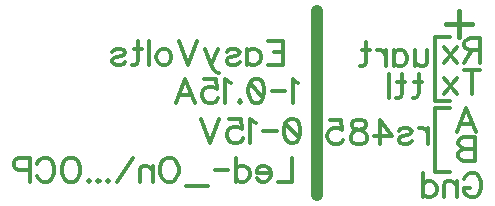
<source format=gbr>
G04 DipTrace 3.0.0.2*
G04 BottomSilk.gbr*
%MOMM*%
G04 #@! TF.FileFunction,Legend,Bot*
G04 #@! TF.Part,Single*
%ADD15C,1.0*%
%ADD16C,0.3*%
%ADD94C,0.31373*%
%ADD95C,0.39216*%
%FSLAX35Y35*%
G04*
G71*
G90*
G75*
G01*
G04 BotSilk*
%LPD*%
X3440000Y1700000D2*
D15*
Y140000D1*
X4570000Y1480000D2*
D16*
X4440000D1*
Y940000D1*
X4570000D1*
Y880000D2*
X4440000D1*
Y340000D1*
X4570000D1*
X3230652Y456430D2*
D94*
Y252254D1*
X3114077D1*
X3051332Y329971D2*
X2934756D1*
Y349513D1*
X2944415Y369054D1*
X2954073Y378713D1*
X2973615Y388371D1*
X3002815D1*
X3022132Y378713D1*
X3041673Y359171D1*
X3051332Y329971D1*
Y310654D1*
X3041673Y281454D1*
X3022132Y262138D1*
X3002815Y252254D1*
X2973615D1*
X2954073Y262138D1*
X2934756Y281454D1*
X2755436Y456430D2*
Y252254D1*
Y359171D2*
X2774753Y378713D1*
X2794294Y388371D1*
X2823494D1*
X2842811Y378713D1*
X2862353Y359171D1*
X2872011Y329971D1*
Y310654D1*
X2862353Y281454D1*
X2842811Y262138D1*
X2823494Y252254D1*
X2794294D1*
X2774753Y262138D1*
X2755436Y281454D1*
X2692691Y354230D2*
X2580383D1*
X2517638Y218562D2*
X2333004D1*
X2211859Y456430D2*
X2231400Y446771D1*
X2250717Y427230D1*
X2260600Y407913D1*
X2270259Y378713D1*
Y329971D1*
X2260600Y300996D1*
X2250717Y281454D1*
X2231400Y262138D1*
X2211859Y252254D1*
X2173000D1*
X2153683Y262138D1*
X2134142Y281454D1*
X2124483Y300996D1*
X2114825Y329971D1*
Y378713D1*
X2124483Y407913D1*
X2134142Y427230D1*
X2153683Y446771D1*
X2173000Y456430D1*
X2211859D1*
X2052080Y388371D2*
Y252254D1*
Y349513D2*
X2022880Y378713D1*
X2003338Y388371D1*
X1974363D1*
X1954821Y378713D1*
X1945163Y349513D1*
Y252254D1*
X1882418Y456205D2*
X1746301Y252254D1*
X1673897Y271796D2*
X1683556Y261913D1*
X1673897Y252254D1*
X1664014Y261913D1*
X1673897Y271796D1*
X1591611D2*
X1601269Y261913D1*
X1591611Y252254D1*
X1581728Y261913D1*
X1591611Y271796D1*
X1509324D2*
X1518983Y261913D1*
X1509324Y252254D1*
X1499441Y261913D1*
X1509324Y271796D1*
X1378296Y456430D2*
X1397837Y446771D1*
X1417154Y427230D1*
X1427037Y407913D1*
X1436696Y378713D1*
Y329971D1*
X1427037Y300996D1*
X1417154Y281454D1*
X1397837Y262138D1*
X1378296Y252254D1*
X1339437D1*
X1320121Y262138D1*
X1300579Y281454D1*
X1290921Y300996D1*
X1281262Y329971D1*
Y378713D1*
X1290921Y407913D1*
X1300579Y427230D1*
X1320121Y446771D1*
X1339437Y456430D1*
X1378296D1*
X1072742Y407913D2*
X1082400Y427230D1*
X1101942Y446771D1*
X1121259Y456430D1*
X1160117D1*
X1179659Y446771D1*
X1198975Y427230D1*
X1208859Y407913D1*
X1218517Y378713D1*
Y329971D1*
X1208859Y300996D1*
X1198975Y281454D1*
X1179659Y262138D1*
X1160117Y252254D1*
X1121259D1*
X1101942Y262138D1*
X1082400Y281454D1*
X1072742Y300996D1*
X1009997Y349513D2*
X922397D1*
X893421Y359171D1*
X883538Y369054D1*
X873880Y388371D1*
Y417571D1*
X883538Y436888D1*
X893421Y446771D1*
X922397Y456430D1*
X1009997D1*
Y252254D1*
X3028437Y1446767D2*
X3154671D1*
Y1242591D1*
X3028437D1*
X3154671Y1349508D2*
X3076954D1*
X2849117Y1378708D2*
Y1242591D1*
Y1349508D2*
X2868434Y1369050D1*
X2887975Y1378708D1*
X2916951D1*
X2936492Y1369050D1*
X2955809Y1349508D1*
X2965692Y1320308D1*
Y1300991D1*
X2955809Y1271791D1*
X2936492Y1252474D1*
X2916951Y1242591D1*
X2887975D1*
X2868434Y1252474D1*
X2849117Y1271791D1*
X2679455Y1349508D2*
X2689113Y1369050D1*
X2718313Y1378708D1*
X2747513D1*
X2776713Y1369050D1*
X2786372Y1349508D1*
X2776713Y1330191D1*
X2757172Y1320308D1*
X2708655Y1310650D1*
X2689113Y1300991D1*
X2679455Y1281450D1*
Y1271791D1*
X2689113Y1252474D1*
X2718313Y1242591D1*
X2747513D1*
X2776713Y1252474D1*
X2786372Y1271791D1*
X2606827Y1378708D2*
X2548651Y1242591D1*
X2567968Y1203733D1*
X2587510Y1184191D1*
X2606827Y1174533D1*
X2616710D1*
X2490251Y1378708D2*
X2548651Y1242591D1*
X2427506Y1446767D2*
X2349789Y1242591D1*
X2272072Y1446767D1*
X2160810Y1378708D2*
X2180127Y1369050D1*
X2199669Y1349508D1*
X2209327Y1320308D1*
Y1300991D1*
X2199669Y1271791D1*
X2180127Y1252474D1*
X2160810Y1242591D1*
X2131610D1*
X2112069Y1252474D1*
X2092752Y1271791D1*
X2082869Y1300991D1*
Y1320308D1*
X2092752Y1349508D1*
X2112069Y1369050D1*
X2131610Y1378708D1*
X2160810D1*
X2020124Y1446767D2*
Y1242591D1*
X1928179Y1446767D2*
Y1281450D1*
X1918520Y1252474D1*
X1898979Y1242591D1*
X1879662D1*
X1957379Y1378708D2*
X1889320D1*
X1710000Y1349508D2*
X1719658Y1369050D1*
X1748858Y1378708D1*
X1778058D1*
X1807258Y1369050D1*
X1816917Y1349508D1*
X1807258Y1330191D1*
X1787717Y1320308D1*
X1739200Y1310650D1*
X1719658Y1300991D1*
X1710000Y1281450D1*
Y1271791D1*
X1719658Y1252474D1*
X1748858Y1242591D1*
X1778058D1*
X1807258Y1252474D1*
X1816917Y1271791D1*
X4643421Y1701146D2*
D95*
Y1482427D1*
X4752640Y1591646D2*
X4533921D1*
X4825779Y1369508D2*
D94*
X4738403D1*
X4709203Y1379391D1*
X4699320Y1389050D1*
X4689662Y1408367D1*
Y1427908D1*
X4699320Y1447225D1*
X4709203Y1457108D1*
X4738403Y1466767D1*
X4825779D1*
Y1262591D1*
X4757720Y1369508D2*
X4689662Y1262591D1*
X4626917Y1398708D2*
X4520000Y1262591D1*
Y1398708D2*
X4626917Y1262591D1*
X4757720Y1196767D2*
Y992591D1*
X4825779Y1196767D2*
X4689662D1*
X4626917Y1128708D2*
X4520000Y992591D1*
Y1128708D2*
X4626917Y992591D1*
X4776117Y631767D2*
Y427591D1*
X4688517D1*
X4659317Y437474D1*
X4649658Y447133D1*
X4640000Y466450D1*
Y495650D1*
X4649658Y515191D1*
X4659317Y524850D1*
X4688517Y534508D1*
X4659317Y544391D1*
X4649658Y554050D1*
X4640000Y573367D1*
Y592908D1*
X4649658Y612225D1*
X4659317Y622108D1*
X4688517Y631767D1*
X4776117D1*
Y534508D2*
X4688517D1*
X4630000Y672594D2*
X4707941Y876770D1*
X4785658Y672594D1*
X4756458Y740653D2*
X4659200D1*
X4688982Y278250D2*
X4698641Y297567D1*
X4718182Y317108D1*
X4737499Y326767D1*
X4776357D1*
X4795899Y317108D1*
X4815216Y297567D1*
X4825099Y278250D1*
X4834757Y249050D1*
Y200308D1*
X4825099Y171333D1*
X4815216Y151791D1*
X4795899Y132474D1*
X4776357Y122591D1*
X4737499D1*
X4718182Y132474D1*
X4698641Y151791D1*
X4688982Y171333D1*
Y200308D1*
X4737499D1*
X4626237Y258708D2*
Y122591D1*
Y219850D2*
X4597037Y249050D1*
X4577495Y258708D1*
X4548520D1*
X4528979Y249050D1*
X4519320Y219850D1*
Y122591D1*
X4340000Y326767D2*
Y122591D1*
Y229508D2*
X4359317Y249050D1*
X4378858Y258708D1*
X4408058D1*
X4427375Y249050D1*
X4446917Y229508D1*
X4456575Y200308D1*
Y180991D1*
X4446917Y151791D1*
X4427375Y132474D1*
X4408058Y122591D1*
X4378858D1*
X4359317Y132474D1*
X4340000Y151791D1*
X4377386Y1368708D2*
Y1271450D1*
X4367727Y1242474D1*
X4348186Y1232591D1*
X4318986D1*
X4299669Y1242474D1*
X4270469Y1271450D1*
Y1368708D2*
Y1232591D1*
X4091148Y1368708D2*
Y1232591D1*
Y1339508D2*
X4110465Y1359050D1*
X4130007Y1368708D1*
X4158982D1*
X4178524Y1359050D1*
X4197841Y1339508D1*
X4207724Y1310308D1*
Y1290991D1*
X4197841Y1261791D1*
X4178524Y1242474D1*
X4158982Y1232591D1*
X4130007D1*
X4110465Y1242474D1*
X4091148Y1261791D1*
X4028403Y1368708D2*
Y1232591D1*
Y1310308D2*
X4018520Y1339508D1*
X3999203Y1359050D1*
X3979662Y1368708D1*
X3950462D1*
X3858517Y1436767D2*
Y1271450D1*
X3848858Y1242474D1*
X3829317Y1232591D1*
X3810000D1*
X3887717Y1368708D2*
X3819658D1*
X4383623Y708708D2*
Y572591D1*
Y650308D2*
X4373740Y679508D1*
X4354423Y699050D1*
X4334882Y708708D1*
X4305682D1*
X4136020Y679508D2*
X4145678Y699050D1*
X4174878Y708708D1*
X4204078D1*
X4233278Y699050D1*
X4242936Y679508D1*
X4233278Y660191D1*
X4213736Y650308D1*
X4165220Y640650D1*
X4145678Y630991D1*
X4136020Y611450D1*
Y601791D1*
X4145678Y582474D1*
X4174878Y572591D1*
X4204078D1*
X4233278Y582474D1*
X4242936Y601791D1*
X3976016Y572591D2*
Y776542D1*
X4073274Y640650D1*
X3927499D1*
X3816237Y776542D2*
X3845212Y766883D1*
X3855095Y747567D1*
Y728025D1*
X3845212Y708708D1*
X3825895Y698825D1*
X3787037Y689167D1*
X3757837Y679508D1*
X3738520Y659967D1*
X3728862Y640650D1*
Y611450D1*
X3738520Y592133D1*
X3748179Y582250D1*
X3777379Y572591D1*
X3816237D1*
X3845212Y582250D1*
X3855095Y592133D1*
X3864754Y611450D1*
Y640650D1*
X3855095Y659967D1*
X3835554Y679508D1*
X3806579Y689167D1*
X3767720Y698825D1*
X3748179Y708708D1*
X3738520Y728025D1*
Y747567D1*
X3748179Y766883D1*
X3777379Y776542D1*
X3816237D1*
X3549541D2*
X3646575D1*
X3656233Y689167D1*
X3646575Y698825D1*
X3617375Y708708D1*
X3588400D1*
X3559200Y698825D1*
X3539658Y679508D1*
X3530000Y650308D1*
Y630991D1*
X3539658Y601791D1*
X3559200Y582250D1*
X3588400Y572591D1*
X3617375D1*
X3646575Y582250D1*
X3656233Y592133D1*
X3666117Y611450D1*
X4301724Y1166767D2*
Y1001450D1*
X4292065Y972474D1*
X4272524Y962591D1*
X4253207D1*
X4330924Y1098708D2*
X4262865D1*
X4161262Y1166767D2*
Y1001450D1*
X4151603Y972474D1*
X4132062Y962591D1*
X4112745D1*
X4190462Y1098708D2*
X4122403D1*
X4050000Y1166767D2*
Y962591D1*
X3241297Y786542D2*
X3270497Y776883D1*
X3290038Y747683D1*
X3299697Y699167D1*
Y669967D1*
X3290038Y621450D1*
X3270497Y592250D1*
X3241297Y582591D1*
X3221980D1*
X3192780Y592250D1*
X3173463Y621450D1*
X3163580Y669967D1*
Y699167D1*
X3173463Y747683D1*
X3192780Y776883D1*
X3221980Y786542D1*
X3241297D1*
X3173463Y747683D2*
X3290038Y621450D1*
X3100835Y684567D2*
X2988527D1*
X2925782Y747683D2*
X2906241Y757567D1*
X2877041Y786542D1*
Y582591D1*
X2697720Y786542D2*
X2794754D1*
X2804412Y699167D1*
X2794754Y708825D1*
X2765554Y718708D1*
X2736579D1*
X2707379Y708825D1*
X2687837Y689508D1*
X2678179Y660308D1*
Y640991D1*
X2687837Y611791D1*
X2707379Y592250D1*
X2736579Y582591D1*
X2765554D1*
X2794754Y592250D1*
X2804412Y602133D1*
X2814295Y621450D1*
X2615433Y786767D2*
X2537717Y582591D1*
X2460000Y786767D1*
X3283695Y1087683D2*
X3264153Y1097567D1*
X3234953Y1126542D1*
Y922591D1*
X3172208Y1024567D2*
X3059900D1*
X2938755Y1126542D2*
X2967955Y1116883D1*
X2987497Y1087683D1*
X2997155Y1039167D1*
Y1009967D1*
X2987497Y961450D1*
X2967955Y932250D1*
X2938755Y922591D1*
X2919438D1*
X2890238Y932250D1*
X2870922Y961450D1*
X2861038Y1009967D1*
Y1039167D1*
X2870922Y1087683D1*
X2890238Y1116883D1*
X2919438Y1126542D1*
X2938755D1*
X2870922Y1087683D2*
X2987497Y961450D1*
X2788635Y942133D2*
X2798293Y932250D1*
X2788635Y922591D1*
X2778752Y932250D1*
X2788635Y942133D1*
X2716007Y1087683D2*
X2696465Y1097567D1*
X2667265Y1126542D1*
Y922591D1*
X2487945Y1126542D2*
X2584979D1*
X2594637Y1039167D1*
X2584979Y1048825D1*
X2555779Y1058708D1*
X2526803D1*
X2497603Y1048825D1*
X2478062Y1029508D1*
X2468403Y1000308D1*
Y980991D1*
X2478062Y951791D1*
X2497603Y932250D1*
X2526803Y922591D1*
X2555779D1*
X2584979Y932250D1*
X2594637Y942133D1*
X2604520Y961450D1*
X2250000Y922591D2*
X2327941Y1126767D1*
X2405658Y922591D1*
X2376458Y990650D2*
X2279200D1*
M02*

</source>
